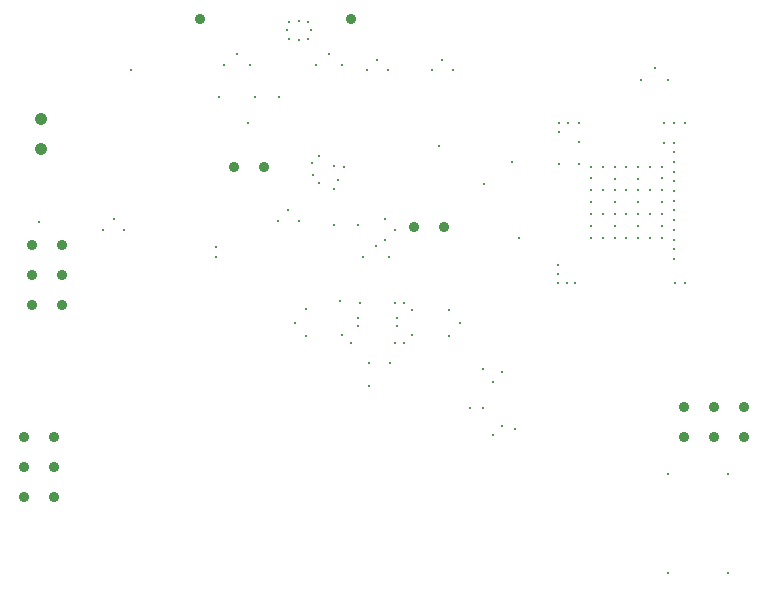
<source format=gbr>
%TF.GenerationSoftware,Altium Limited,Altium Designer,20.1.8 (145)*%
G04 Layer_Color=0*
%FSLAX45Y45*%
%MOMM*%
%TF.SameCoordinates,BC6BF5D2-64E0-48A2-8BE4-7255E7142536*%
%TF.FilePolarity,Positive*%
%TF.FileFunction,Plated,1,4,PTH,Drill*%
%TF.Part,Single*%
G01*
G75*
%TA.AperFunction,ComponentDrill*%
%ADD83C,0.90000*%
%ADD84C,0.90000*%
%ADD85C,1.05000*%
%TA.AperFunction,ViaDrill,NotFilled*%
%ADD86C,0.30000*%
D83*
X3030000Y5570000D02*
D03*
X1750000D02*
D03*
X508000Y1524000D02*
D03*
X6350000Y2032000D02*
D03*
X254000Y1778000D02*
D03*
Y1524000D02*
D03*
X6096000Y2032000D02*
D03*
X508000Y1778000D02*
D03*
X6350000Y2286000D02*
D03*
X6096000D02*
D03*
X577801Y3658025D02*
D03*
Y3404025D02*
D03*
Y3150025D02*
D03*
X323801D02*
D03*
Y3404025D02*
D03*
Y3658025D02*
D03*
D84*
X508000Y2032000D02*
D03*
X254000D02*
D03*
X2286000Y4318000D02*
D03*
X3810000Y3810000D02*
D03*
X5842000Y2032000D02*
D03*
Y2286000D02*
D03*
X3556000Y3810000D02*
D03*
X2032000Y4318000D02*
D03*
D85*
X400000Y4473000D02*
D03*
Y4727000D02*
D03*
D86*
X2494212Y3953522D02*
D03*
X2405153Y3864463D02*
D03*
X2583271Y3864463D02*
D03*
X3313186Y3876352D02*
D03*
X3402096Y3787293D02*
D03*
X3313186Y3698234D02*
D03*
X2708533Y4247187D02*
D03*
X2698977Y4356126D02*
D03*
X2879191Y4324435D02*
D03*
X5710581Y880000D02*
D03*
X2758391Y4180466D02*
D03*
X2879191Y4132172D02*
D03*
X2758391Y4414589D02*
D03*
X2963540Y4321180D02*
D03*
X2917820Y4206880D02*
D03*
X383884Y3851942D02*
D03*
X4450895Y3717580D02*
D03*
X2885505Y3829453D02*
D03*
X3086100D02*
D03*
X3357480Y2656863D02*
D03*
X3175000Y2463800D02*
D03*
X4036120Y2281470D02*
D03*
X1165948Y5139237D02*
D03*
X4414162Y2099529D02*
D03*
X4307598Y2122846D02*
D03*
X5484271Y5058983D02*
D03*
X5598000Y5153983D02*
D03*
X5711729Y5058983D02*
D03*
X6215380Y880000D02*
D03*
Y1720000D02*
D03*
X2953379Y5184477D02*
D03*
X2583574Y5552156D02*
D03*
Y5397844D02*
D03*
X2503279Y5549616D02*
D03*
X2480418Y5474999D02*
D03*
X2686729D02*
D03*
X2663869Y5549616D02*
D03*
X2503280Y5400384D02*
D03*
X2663869D02*
D03*
X2841629Y5275940D02*
D03*
X2728379Y5184477D02*
D03*
X4304154Y2581123D02*
D03*
X3175000Y2656863D02*
D03*
X2149927Y4689237D02*
D03*
X4145924Y2281470D02*
D03*
X4226560Y2047240D02*
D03*
X2416308Y4914237D02*
D03*
X4226560Y2500286D02*
D03*
X4145924Y2609063D02*
D03*
X3128090Y3561057D02*
D03*
X1105060Y3788026D02*
D03*
X1016000Y3876936D02*
D03*
X926941Y3788026D02*
D03*
X3339429Y5139237D02*
D03*
X3250370Y5228148D02*
D03*
X3161310Y5139237D02*
D03*
X3888095D02*
D03*
X3799036Y5228148D02*
D03*
X3709976Y5139237D02*
D03*
X3768619Y4500600D02*
D03*
X1879154Y3554463D02*
D03*
X1879154Y3644463D02*
D03*
X2171933Y5184478D02*
D03*
X1946933D02*
D03*
X2060183Y5275941D02*
D03*
X2213173Y4914237D02*
D03*
X1907250Y4914237D02*
D03*
X4952920Y4340600D02*
D03*
X5710581Y1720000D02*
D03*
X2643551Y2886750D02*
D03*
X3025000Y2824760D02*
D03*
X3086430Y2969160D02*
D03*
Y3040280D02*
D03*
X3239840Y3652520D02*
D03*
X3474000Y2824760D02*
D03*
X3400000D02*
D03*
X3413570Y2969160D02*
D03*
Y3040280D02*
D03*
X3858320Y2886005D02*
D03*
X4385760Y4365678D02*
D03*
X4776475Y3488366D02*
D03*
Y3413750D02*
D03*
X4783184Y4694668D02*
D03*
Y4615600D02*
D03*
X4958000Y4694668D02*
D03*
X5758000Y3704833D02*
D03*
Y3622716D02*
D03*
Y3869066D02*
D03*
Y3786950D02*
D03*
Y4115416D02*
D03*
Y4033300D02*
D03*
Y4279650D02*
D03*
Y4197533D02*
D03*
Y4443883D02*
D03*
X5853000Y4694668D02*
D03*
X5758000D02*
D03*
X2643551Y3113250D02*
D03*
X3100000Y3171255D02*
D03*
X3475000D02*
D03*
X3400000D02*
D03*
X3858320Y3111500D02*
D03*
X4776475Y3339135D02*
D03*
X4783080Y4340600D02*
D03*
X4924980Y3339135D02*
D03*
X4958000Y4531612D02*
D03*
X5158213Y3718380D02*
D03*
X5160500Y3922971D02*
D03*
Y4120471D02*
D03*
X5158213Y4322820D02*
D03*
X5357999Y3718380D02*
D03*
X5358000Y3922971D02*
D03*
Y4120471D02*
D03*
X5357999Y4322820D02*
D03*
X5557786Y3718380D02*
D03*
X5556276Y3922971D02*
D03*
Y4120471D02*
D03*
X5557786Y4322820D02*
D03*
X5853000Y3339578D02*
D03*
X5766979Y3339578D02*
D03*
X5758000Y3540600D02*
D03*
Y3951183D02*
D03*
Y4361766D02*
D03*
Y4526000D02*
D03*
X2953760Y2895000D02*
D03*
X2552473Y2999861D02*
D03*
X2929813Y3186231D02*
D03*
X3543917Y2895000D02*
D03*
X3949780Y3000000D02*
D03*
X4151546Y4178161D02*
D03*
X4863000Y4694668D02*
D03*
X5058320Y3819119D02*
D03*
X5259196Y3823100D02*
D03*
X5456696D02*
D03*
X5657680Y3819120D02*
D03*
X5058320Y4020599D02*
D03*
X5259196Y4020600D02*
D03*
X5457893D02*
D03*
X5657680Y4020600D02*
D03*
X5058320Y4222078D02*
D03*
X5259196Y4218100D02*
D03*
X5456696D02*
D03*
X5657680Y4222079D02*
D03*
X5678000Y4694668D02*
D03*
X3543917Y3105000D02*
D03*
X3351590Y3561057D02*
D03*
X4850728Y3339135D02*
D03*
X5058320Y3718380D02*
D03*
X5258106D02*
D03*
X5457893D02*
D03*
X5657679D02*
D03*
X5058320Y3919859D02*
D03*
X5259196Y3922971D02*
D03*
X5456696D02*
D03*
X5657680Y3919860D02*
D03*
X5058320Y4121338D02*
D03*
X5259196Y4120471D02*
D03*
X5456696D02*
D03*
X5657680Y4121339D02*
D03*
X5058320Y4322818D02*
D03*
X5258106Y4322820D02*
D03*
X5457893D02*
D03*
X5657679Y4322819D02*
D03*
X5678000Y4526000D02*
D03*
%TF.MD5,5b7fbf6a18d3ebcc7752007aade9365b*%
M02*

</source>
